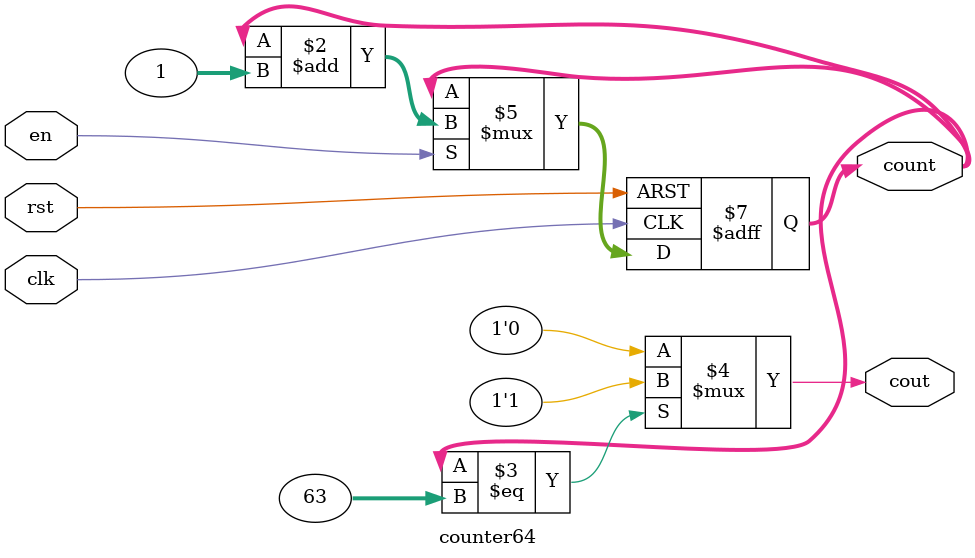
<source format=v>
module counter64(input clk, rst, en, output cout, output reg [31:0] count);
	always @(posedge clk or posedge rst)
	begin
		if(rst)
			count <= 32'b0;
		else if(en)
			count <= count+1;
	end
	assign cout = (count == 63) ? 1'b1 : 1'b0;
endmodule

</source>
